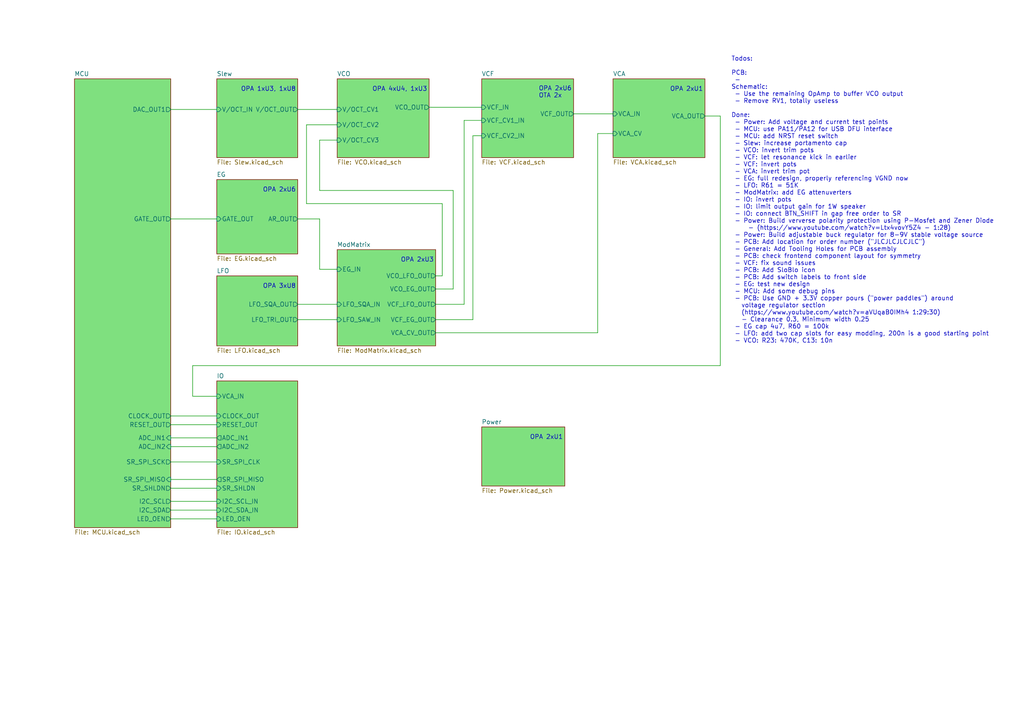
<source format=kicad_sch>
(kicad_sch (version 20230121) (generator eeschema)
  (paper "A4")
  (title_block (title "LivSynth") (date "2022-07-18") (rev "${Version}") (company "SloBlo Labs"))
  (lib_symbols)
  (wire (pts (xy 173.355 38.735) (xy 177.8 38.735)))
  (wire (pts (xy 49.53 31.75) (xy 62.865 31.75)))
  (wire (pts (xy 92.71 78.105) (xy 97.79 78.105)))
  (wire (pts (xy 126.365 80.01) (xy 128.27 80.01)))
  (wire (pts (xy 137.16 92.71) (xy 137.16 39.37)))
  (wire (pts (xy 86.36 31.75) (xy 97.79 31.75)))
  (wire (pts (xy 134.62 88.265) (xy 134.62 34.925)))
  (wire (pts (xy 131.445 55.245) (xy 92.71 55.245)))
  (wire (pts (xy 131.445 83.82) (xy 131.445 55.245)))
  (wire (pts (xy 86.36 88.265) (xy 97.79 88.265)))
  (wire (pts (xy 49.53 139.065) (xy 62.865 139.065)))
  (wire (pts (xy 126.365 92.71) (xy 137.16 92.71)))
  (wire (pts (xy 49.53 150.495) (xy 62.865 150.495)))
  (wire (pts (xy 49.53 145.415) (xy 62.865 145.415)))
  (wire (pts (xy 134.62 34.925) (xy 139.7 34.925)))
  (wire (pts (xy 173.355 38.735) (xy 173.355 96.52)))
  (wire (pts (xy 92.71 55.245) (xy 92.71 40.64)))
  (wire (pts (xy 126.365 83.82) (xy 131.445 83.82)))
  (wire (pts (xy 208.915 33.655) (xy 204.47 33.655)))
  (wire (pts (xy 49.53 123.19) (xy 62.865 123.19)))
  (wire (pts (xy 166.37 33.02) (xy 177.8 33.02)))
  (wire (pts (xy 88.9 59.055) (xy 88.9 36.195)))
  (wire (pts (xy 49.53 129.54) (xy 62.865 129.54)))
  (wire (pts (xy 62.865 114.935) (xy 55.88 114.935)))
  (wire (pts (xy 86.36 92.71) (xy 97.79 92.71)))
  (wire (pts (xy 137.16 39.37) (xy 139.7 39.37)))
  (wire (pts (xy 128.27 59.055) (xy 88.9 59.055)))
  (wire (pts (xy 86.36 63.5) (xy 92.71 63.5)))
  (wire (pts (xy 126.365 96.52) (xy 173.355 96.52)))
  (wire (pts (xy 92.71 40.64) (xy 97.79 40.64)))
  (wire (pts (xy 124.46 31.115) (xy 139.7 31.115)))
  (wire (pts (xy 49.53 141.605) (xy 62.865 141.605)))
  (wire (pts (xy 55.88 106.045) (xy 208.915 106.045)))
  (wire (pts (xy 92.71 63.5) (xy 92.71 78.105)))
  (wire (pts (xy 49.53 120.65) (xy 62.865 120.65)))
  (wire (pts (xy 49.53 133.985) (xy 62.865 133.985)))
  (wire (pts (xy 128.27 80.01) (xy 128.27 59.055)))
  (wire (pts (xy 55.88 114.935) (xy 55.88 106.045)))
  (wire (pts (xy 88.9 36.195) (xy 97.79 36.195)))
  (wire (pts (xy 49.53 63.5) (xy 62.865 63.5)))
  (wire (pts (xy 208.915 106.045) (xy 208.915 33.655)))
  (wire (pts (xy 49.53 127) (xy 62.865 127)))
  (wire (pts (xy 126.365 88.265) (xy 134.62 88.265)))
  (wire (pts (xy 49.53 147.955) (xy 62.865 147.955)))
  (text "OPA 1xU3, 1xU8" (at 69.85 26.67 0) (effects (font (size 1.27 1.27)) (justify left bottom)))
  (text "OPA 2xU6" (at 76.2 55.88 0) (effects (font (size 1.27 1.27)) (justify left bottom)))
  (text "OPA 3xU8" (at 76.2 83.82 0) (effects (font (size 1.27 1.27)) (justify left bottom)))
  (text "OPA 2xU3" (at 116.205 76.2 0) (effects (font (size 1.27 1.27)) (justify left bottom)))
  (text "Todos:\n\nPCB:\n - \nSchematic:\n - Use the remaining OpAmp to buffer VCO output\n - Remove RV1, totally useless\n\nDone:\n - Power: Add voltage and current test points\n - MCU: use PA11/PA12 for USB DFU interface\n - MCU: add NRST reset switch\n - Slew: increase portamento cap\n - VCO: invert trim pots\n - VCF: let resonance kick in earlier\n - VCF: invert pots\n - VCA: invert trim pot\n - EG: full redesign, properly referencing VGND now\n - LFO: R61 = 51K\n - ModMatrix: add EG attenuverters\n - IO: invert pots\n - IO: limit output gain for 1W speaker\n - IO: connect BTN_SHIFT in gap free order to SR\n - Power: Build ververse polarity protection using P-Mosfet and Zener Diode\n     - (https://www.youtube.com/watch?v=Ltx4vovY5Z4 - 1:28)\n - Power: Build adjustable buck regulator for 8-9V stable voltage source\n - PCB: Add location for order number (\"JLCJLCJLCJLC\")\n - General: Add Tooling Holes for PCB assembly\n - PCB: check frontend component layout for symmetry\n - VCF: fix sound issues\n - PCB: Add SloBlo icon\n - PCB: Add switch labels to front side\n - EG: test new design\n - MCU: Add some debug pins\n - PCB: Use GND + 3.3V copper pours (\"power paddles\") around\n   voltage regulator section\n   (https://www.youtube.com/watch?v=aVUqaB0IMh4 1:29:30)\n   - Clearance 0.3, Minimum width 0.25\n - EG cap 4u7, R60 = 100k\n - LFO: add two cap slots for easy modding, 200n is a good starting point\n - VCO: R23: 470K, C13: 10n" (at 212.09 99.695 0) (effects (font (size 1.27 1.27)) (justify left bottom)))
  (text "OPA 2xU6\nOTA 2x" (at 156.21 28.575 0) (effects (font (size 1.27 1.27)) (justify left bottom)))
  (text "OPA 2xU1" (at 153.67 127.635 0) (effects (font (size 1.27 1.27)) (justify left bottom)))
  (text "OPA 4xU4, 1xU3" (at 107.95 26.67 0) (effects (font (size 1.27 1.27)) (justify left bottom)))
  (text "OPA 2xU1" (at 194.31 26.67 0) (effects (font (size 1.27 1.27)) (justify left bottom)))
  (sheet (at 139.7 22.86) (size 26.67 22.86) (stroke (width 0.1524)) (fill (color 0 194 0 0.5000))
    (property "Sheetname" "VCF" (at 139.7 22.1484 0) (effects (justify left bottom)))
    (property "Sheetfile" "VCF.kicad_sch" (at 139.7 46.3046 0) (effects (justify left top)))
    (pin "VCF_IN" input (at 139.7 31.115 180))
    (pin "VCF_OUT" output (at 166.37 33.02 0))
    (pin "VCF_CV1_IN" input (at 139.7 34.925 180))
    (pin "VCF_CV2_IN" input (at 139.7 39.37 180))
  )
  (sheet (at 139.7 123.825) (size 24.13 17.145) (stroke (width 0.1524)) (fill (color 0 194 0 0.5000))
    (property "Sheetname" "Power" (at 139.7 123.1134 0) (effects (justify left bottom)))
    (property "Sheetfile" "Power.kicad_sch" (at 139.7 141.5546 0) (effects (justify left top)))
  )
  (sheet (at 62.865 110.49) (size 23.495 42.545) (stroke (width 0.1524)) (fill (color 0 194 0 0.5000))
    (property "Sheetname" "IO" (at 62.865 109.7784 0) (effects (justify left bottom)))
    (property "Sheetfile" "IO.kicad_sch" (at 62.865 153.6196 0) (effects (justify left top)))
    (pin "VCA_IN" input (at 62.865 114.935 180))
    (pin "SR_SPI_CLK" input (at 62.865 133.985 180))
    (pin "SR_SHLDN" input (at 62.865 141.605 180))
    (pin "SR_SPI_MISO" output (at 62.865 139.065 180))
    (pin "I2C_SCL_IN" input (at 62.865 145.415 180))
    (pin "I2C_SDA_IN" input (at 62.865 147.955 180))
    (pin "LED_OEN" input (at 62.865 150.495 180))
    (pin "ADC_IN1" output (at 62.865 127 180))
    (pin "ADC_IN2" output (at 62.865 129.54 180))
    (pin "CLOCK_OUT" input (at 62.865 120.65 180))
    (pin "RESET_OUT" input (at 62.865 123.19 180))
  )
  (sheet (at 62.865 52.07) (size 23.495 21.59) (stroke (width 0.1524)) (fill (color 0 194 0 0.5000))
    (property "Sheetname" "EG" (at 62.865 51.3584 0) (effects (justify left bottom)))
    (property "Sheetfile" "EG.kicad_sch" (at 62.865 74.2446 0) (effects (justify left top)))
    (pin "GATE_OUT" input (at 62.865 63.5 180))
    (pin "AR_OUT" output (at 86.36 63.5 0))
  )
  (sheet (at 21.59 22.86) (size 27.94 130.175) (stroke (width 0.1524)) (fill (color 0 194 0 0.5000))
    (property "Sheetname" "MCU" (at 21.59 22.1484 0) (effects (justify left bottom)))
    (property "Sheetfile" "MCU.kicad_sch" (at 21.59 153.6196 0) (effects (justify left top)))
    (pin "GATE_OUT" output (at 49.53 63.5 0))
    (pin "DAC_OUT1" output (at 49.53 31.75 0))
    (pin "CLOCK_OUT" output (at 49.53 120.65 0))
    (pin "RESET_OUT" output (at 49.53 123.19 0))
    (pin "ADC_IN1" input (at 49.53 127 0))
    (pin "ADC_IN2" input (at 49.53 129.54 0))
    (pin "SR_SPI_SCK" output (at 49.53 133.985 0))
    (pin "SR_SPI_MISO" input (at 49.53 139.065 0))
    (pin "I2C_SDA" output (at 49.53 147.955 0))
    (pin "I2C_SCL" output (at 49.53 145.415 0))
    (pin "LED_OEN" output (at 49.53 150.495 0))
    (pin "SR_SHLDN" output (at 49.53 141.605 0))
  )
  (sheet (at 62.865 22.86) (size 23.495 22.86) (stroke (width 0.1524)) (fill (color 0 194 0 0.5000))
    (property "Sheetname" "Slew" (at 62.865 22.1484 0) (effects (justify left bottom)))
    (property "Sheetfile" "Slew.kicad_sch" (at 62.865 46.3046 0) (effects (justify left top)))
    (pin "V{slash}OCT_IN" input (at 62.865 31.75 180))
    (pin "V{slash}OCT_OUT" output (at 86.36 31.75 0))
  )
  (sheet (at 177.8 22.86) (size 26.67 22.86) (stroke (width 0.1524)) (fill (color 0 194 0 0.5000))
    (property "Sheetname" "VCA" (at 177.8 22.1484 0) (effects (justify left bottom)))
    (property "Sheetfile" "VCA.kicad_sch" (at 177.8 46.3046 0) (effects (justify left top)))
    (pin "VCA_IN" input (at 177.8 33.02 180))
    (pin "VCA_CV" input (at 177.8 38.735 180))
    (pin "VCA_OUT" output (at 204.47 33.655 0))
  )
  (sheet (at 62.865 80.01) (size 23.495 20.32) (stroke (width 0.1524)) (fill (color 0 194 0 0.5000))
    (property "Sheetname" "LFO" (at 62.865 79.2984 0) (effects (justify left bottom)))
    (property "Sheetfile" "LFO.kicad_sch" (at 62.865 100.9146 0) (effects (justify left top)))
    (pin "LFO_SQA_OUT" output (at 86.36 88.265 0))
    (pin "LFO_TRI_OUT" output (at 86.36 92.71 0))
  )
  (sheet (at 97.79 22.86) (size 26.67 22.86) (stroke (width 0.1524)) (fill (color 0 194 0 0.5000))
    (property "Sheetname" "VCO" (at 97.79 22.1484 0) (effects (justify left bottom)))
    (property "Sheetfile" "VCO.kicad_sch" (at 97.79 46.3046 0) (effects (justify left top)))
    (pin "VCO_OUT" output (at 124.46 31.115 0))
    (pin "V{slash}OCT_CV1" input (at 97.79 31.75 180))
    (pin "V{slash}OCT_CV2" input (at 97.79 36.195 180))
    (pin "V{slash}OCT_CV3" input (at 97.79 40.64 180))
  )
  (sheet (at 97.79 72.39) (size 28.575 27.94) (stroke (width 0.1524)) (fill (color 0 194 0 0.5000))
    (property "Sheetname" "ModMatrix" (at 97.79 71.6784 0) (effects (justify left bottom)))
    (property "Sheetfile" "ModMatrix.kicad_sch" (at 97.79 100.9146 0) (effects (justify left top)))
    (pin "VCA_CV_OUT" output (at 126.365 96.52 0))
    (pin "VCF_EG_OUT" output (at 126.365 92.71 0))
    (pin "LFO_SQA_IN" input (at 97.79 88.265 180))
    (pin "EG_IN" input (at 97.79 78.105 180))
    (pin "LFO_SAW_IN" input (at 97.79 92.71 180))
    (pin "VCO_LFO_OUT" output (at 126.365 80.01 0))
    (pin "VCO_EG_OUT" output (at 126.365 83.82 0))
    (pin "VCF_LFO_OUT" output (at 126.365 88.265 0))
  )
)
</source>
